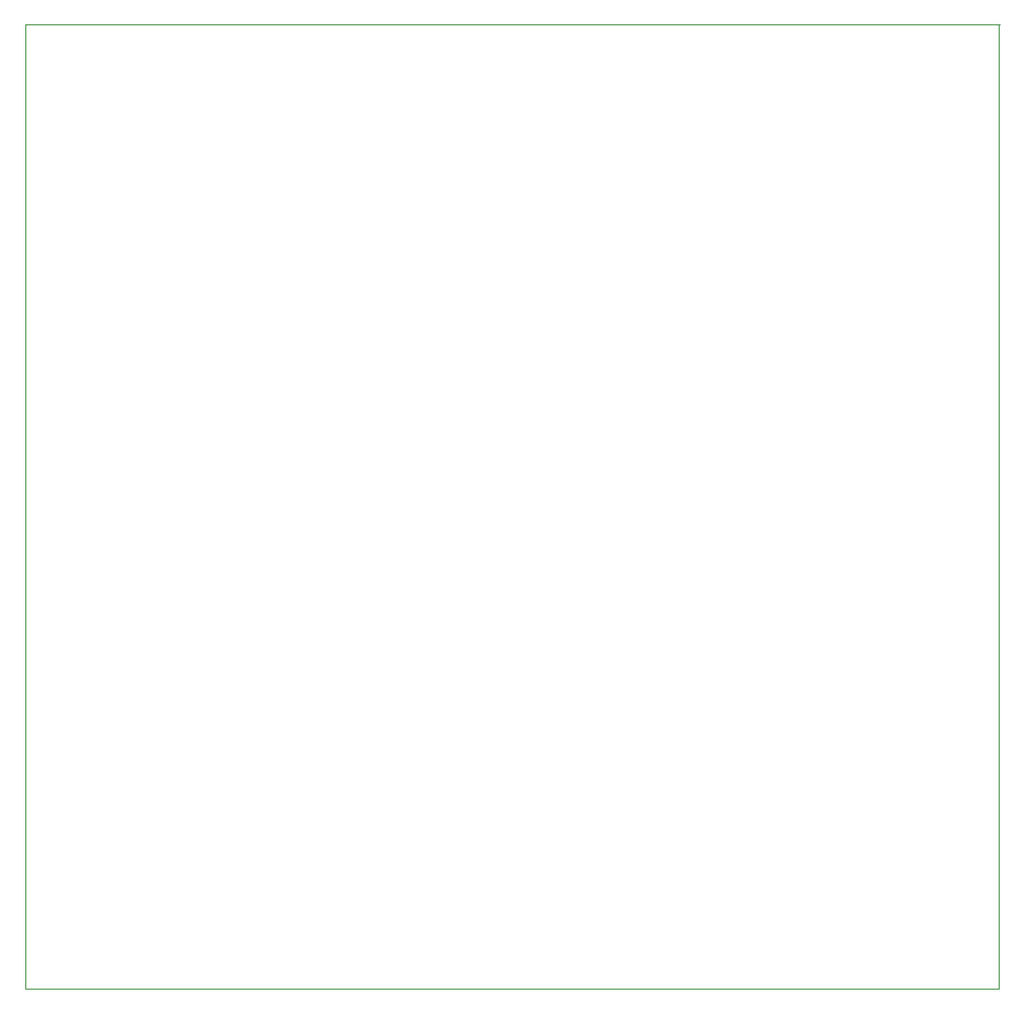
<source format=gbr>
G04 #@! TF.FileFunction,Profile,NP*
%FSLAX46Y46*%
G04 Gerber Fmt 4.6, Leading zero omitted, Abs format (unit mm)*
G04 Created by KiCad (PCBNEW 4.0.7-e2-6376~60~ubuntu17.10.1) date Thu Jan 11 17:20:36 2018*
%MOMM*%
%LPD*%
G01*
G04 APERTURE LIST*
%ADD10C,0.100000*%
G04 APERTURE END LIST*
D10*
X46800000Y-86500000D02*
X46800000Y-43200000D01*
X131500000Y-43200000D02*
X46800000Y-43200000D01*
X131400000Y-127000000D02*
X131400000Y-43200000D01*
X46800000Y-127000000D02*
X131400000Y-127000000D01*
X46800000Y-86500000D02*
X46800000Y-127000000D01*
M02*

</source>
